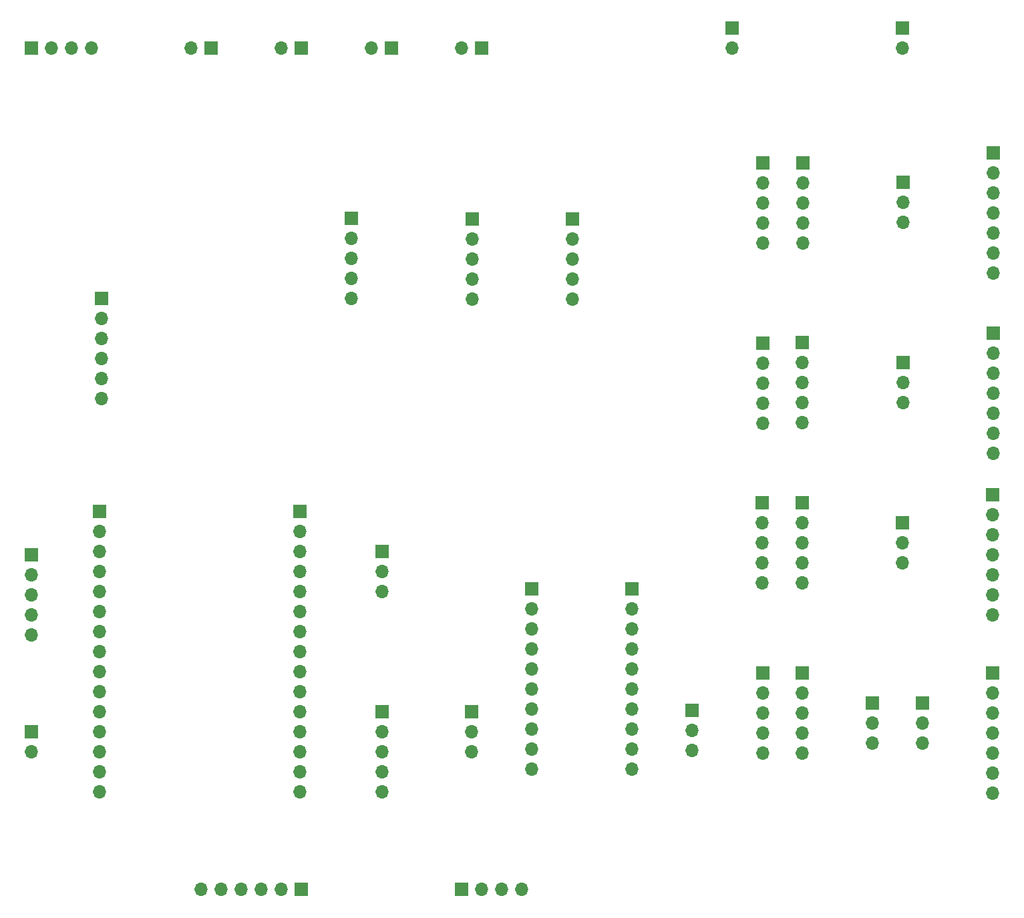
<source format=gbr>
G04 #@! TF.GenerationSoftware,KiCad,Pcbnew,(6.0.7)*
G04 #@! TF.CreationDate,2023-02-20T16:11:37-05:00*
G04 #@! TF.ProjectId,FlyBoxBoard,466c7942-6f78-4426-9f61-72642e6b6963,rev?*
G04 #@! TF.SameCoordinates,Original*
G04 #@! TF.FileFunction,Soldermask,Bot*
G04 #@! TF.FilePolarity,Negative*
%FSLAX46Y46*%
G04 Gerber Fmt 4.6, Leading zero omitted, Abs format (unit mm)*
G04 Created by KiCad (PCBNEW (6.0.7)) date 2023-02-20 16:11:37*
%MOMM*%
%LPD*%
G01*
G04 APERTURE LIST*
%ADD10R,1.700000X1.700000*%
%ADD11O,1.700000X1.700000*%
G04 APERTURE END LIST*
D10*
G04 #@! TO.C,J20*
X129540000Y-105923800D03*
D11*
X129540000Y-108463800D03*
X129540000Y-111003800D03*
G04 #@! TD*
D10*
G04 #@! TO.C,J11*
X68580000Y-22860000D03*
D11*
X66040000Y-22860000D03*
G04 #@! TD*
D10*
G04 #@! TO.C,J33*
X120650000Y-80523800D03*
D11*
X120650000Y-83063800D03*
X120650000Y-85603800D03*
X120650000Y-88143800D03*
X120650000Y-90683800D03*
G04 #@! TD*
D10*
G04 #@! TO.C,J29*
X120675000Y-37373800D03*
D11*
X120675000Y-39913800D03*
X120675000Y-42453800D03*
X120675000Y-44993800D03*
X120675000Y-47533800D03*
G04 #@! TD*
D10*
G04 #@! TO.C,J30*
X115595000Y-37373800D03*
D11*
X115595000Y-39913800D03*
X115595000Y-42453800D03*
X115595000Y-44993800D03*
X115595000Y-47533800D03*
G04 #@! TD*
D10*
G04 #@! TO.C,J36*
X133375000Y-62758800D03*
D11*
X133375000Y-65298800D03*
X133375000Y-67838800D03*
G04 #@! TD*
D10*
G04 #@! TO.C,J21*
X78740000Y-106988200D03*
D11*
X78740000Y-109528200D03*
X78740000Y-112068200D03*
G04 #@! TD*
D10*
G04 #@! TO.C,J16*
X120650000Y-102113800D03*
D11*
X120650000Y-104653800D03*
X120650000Y-107193800D03*
X120650000Y-109733800D03*
X120650000Y-112273800D03*
G04 #@! TD*
D10*
G04 #@! TO.C,J27*
X99060000Y-91440000D03*
D11*
X99060000Y-93980000D03*
X99060000Y-96520000D03*
X99060000Y-99060000D03*
X99060000Y-101600000D03*
X99060000Y-104140000D03*
X99060000Y-106680000D03*
X99060000Y-109220000D03*
X99060000Y-111760000D03*
X99060000Y-114300000D03*
G04 #@! TD*
D10*
G04 #@! TO.C,J40*
X144780000Y-79481200D03*
D11*
X144780000Y-82021200D03*
X144780000Y-84561200D03*
X144780000Y-87101200D03*
X144780000Y-89641200D03*
X144780000Y-92181200D03*
X144780000Y-94721200D03*
G04 #@! TD*
D10*
G04 #@! TO.C,J5*
X56926800Y-81588200D03*
D11*
X56926800Y-84128200D03*
X56926800Y-86668200D03*
X56926800Y-89208200D03*
X56926800Y-91748200D03*
X56926800Y-94288200D03*
X56926800Y-96828200D03*
X56926800Y-99368200D03*
X56926800Y-101908200D03*
X56926800Y-104448200D03*
X56926800Y-106988200D03*
X56926800Y-109528200D03*
X56926800Y-112068200D03*
X56926800Y-114608200D03*
X56926800Y-117148200D03*
G04 #@! TD*
D10*
G04 #@! TO.C,J35*
X133375000Y-39898800D03*
D11*
X133375000Y-42438800D03*
X133375000Y-44978800D03*
G04 #@! TD*
D10*
G04 #@! TO.C,J25*
X67335000Y-106988200D03*
D11*
X67335000Y-109528200D03*
X67335000Y-112068200D03*
X67335000Y-114608200D03*
X67335000Y-117148200D03*
G04 #@! TD*
D10*
G04 #@! TO.C,J4*
X31775000Y-54635000D03*
D11*
X31775000Y-57175000D03*
X31775000Y-59715000D03*
X31775000Y-62255000D03*
X31775000Y-64795000D03*
X31775000Y-67335000D03*
G04 #@! TD*
D10*
G04 #@! TO.C,J15*
X57150000Y-129540000D03*
D11*
X54610000Y-129540000D03*
X52070000Y-129540000D03*
X49530000Y-129540000D03*
X46990000Y-129540000D03*
X44450000Y-129540000D03*
G04 #@! TD*
D10*
G04 #@! TO.C,GND*
X91465000Y-44480000D03*
D11*
X91465000Y-47020000D03*
X91465000Y-49560000D03*
X91465000Y-52100000D03*
X91465000Y-54640000D03*
G04 #@! TD*
D10*
G04 #@! TO.C,J10*
X57150000Y-22860000D03*
D11*
X54610000Y-22860000D03*
G04 #@! TD*
D10*
G04 #@! TO.C,J32*
X115595000Y-60233800D03*
D11*
X115595000Y-62773800D03*
X115595000Y-65313800D03*
X115595000Y-67853800D03*
X115595000Y-70393800D03*
G04 #@! TD*
D10*
G04 #@! TO.C,J9*
X22870000Y-22835000D03*
D11*
X25410000Y-22835000D03*
X27950000Y-22835000D03*
X30490000Y-22835000D03*
G04 #@! TD*
D10*
G04 #@! TO.C,5V*
X78765000Y-44480000D03*
D11*
X78765000Y-47020000D03*
X78765000Y-49560000D03*
X78765000Y-52100000D03*
X78765000Y-54640000D03*
G04 #@! TD*
D10*
G04 #@! TO.C,J31*
X120650000Y-60203800D03*
D11*
X120650000Y-62743800D03*
X120650000Y-65283800D03*
X120650000Y-67823800D03*
X120650000Y-70363800D03*
G04 #@! TD*
D10*
G04 #@! TO.C,J28*
X106680000Y-106805800D03*
D11*
X106680000Y-109345800D03*
X106680000Y-111885800D03*
G04 #@! TD*
D10*
G04 #@! TO.C,J3*
X31526800Y-81588200D03*
D11*
X31526800Y-84128200D03*
X31526800Y-86668200D03*
X31526800Y-89208200D03*
X31526800Y-91748200D03*
X31526800Y-94288200D03*
X31526800Y-96828200D03*
X31526800Y-99368200D03*
X31526800Y-101908200D03*
X31526800Y-104448200D03*
X31526800Y-106988200D03*
X31526800Y-109528200D03*
X31526800Y-112068200D03*
X31526800Y-114608200D03*
X31526800Y-117148200D03*
G04 #@! TD*
D10*
G04 #@! TO.C,J19*
X22885000Y-109528200D03*
D11*
X22885000Y-112068200D03*
G04 #@! TD*
D10*
G04 #@! TO.C,J39*
X144805000Y-58953800D03*
D11*
X144805000Y-61493800D03*
X144805000Y-64033800D03*
X144805000Y-66573800D03*
X144805000Y-69113800D03*
X144805000Y-71653800D03*
X144805000Y-74193800D03*
G04 #@! TD*
D10*
G04 #@! TO.C,J13*
X45720000Y-22860000D03*
D11*
X43180000Y-22860000D03*
G04 #@! TD*
D10*
G04 #@! TO.C,J24*
X67335000Y-86668200D03*
D11*
X67335000Y-89208200D03*
X67335000Y-91748200D03*
G04 #@! TD*
D10*
G04 #@! TO.C,J12*
X80010000Y-22860000D03*
D11*
X77470000Y-22860000D03*
G04 #@! TD*
D10*
G04 #@! TO.C,J1*
X133350000Y-20320000D03*
D11*
X133350000Y-22860000D03*
G04 #@! TD*
D10*
G04 #@! TO.C,J17*
X115595000Y-102113800D03*
D11*
X115595000Y-104653800D03*
X115595000Y-107193800D03*
X115595000Y-109733800D03*
X115595000Y-112273800D03*
G04 #@! TD*
D10*
G04 #@! TO.C,J22*
X135890000Y-105923800D03*
D11*
X135890000Y-108463800D03*
X135890000Y-111003800D03*
G04 #@! TD*
D10*
G04 #@! TO.C,J26*
X144780000Y-102113800D03*
D11*
X144780000Y-104653800D03*
X144780000Y-107193800D03*
X144780000Y-109733800D03*
X144780000Y-112273800D03*
X144780000Y-114813800D03*
X144780000Y-117353800D03*
G04 #@! TD*
D10*
G04 #@! TO.C,J23*
X86360000Y-91440000D03*
D11*
X86360000Y-93980000D03*
X86360000Y-96520000D03*
X86360000Y-99060000D03*
X86360000Y-101600000D03*
X86360000Y-104140000D03*
X86360000Y-106680000D03*
X86360000Y-109220000D03*
X86360000Y-111760000D03*
X86360000Y-114300000D03*
G04 #@! TD*
D10*
G04 #@! TO.C,J14*
X77470000Y-129540000D03*
D11*
X80010000Y-129540000D03*
X82550000Y-129540000D03*
X85090000Y-129540000D03*
G04 #@! TD*
D10*
G04 #@! TO.C,J37*
X133350000Y-83063800D03*
D11*
X133350000Y-85603800D03*
X133350000Y-88143800D03*
G04 #@! TD*
D10*
G04 #@! TO.C,J2*
X111760000Y-20320000D03*
D11*
X111760000Y-22860000D03*
G04 #@! TD*
D10*
G04 #@! TO.C,J38*
X144805000Y-36093800D03*
D11*
X144805000Y-38633800D03*
X144805000Y-41173800D03*
X144805000Y-43713800D03*
X144805000Y-46253800D03*
X144805000Y-48793800D03*
X144805000Y-51333800D03*
G04 #@! TD*
D10*
G04 #@! TO.C,J34*
X115570000Y-80523800D03*
D11*
X115570000Y-83063800D03*
X115570000Y-85603800D03*
X115570000Y-88143800D03*
X115570000Y-90683800D03*
G04 #@! TD*
D10*
G04 #@! TO.C,12V*
X63500000Y-44450000D03*
D11*
X63500000Y-46990000D03*
X63500000Y-49530000D03*
X63500000Y-52070000D03*
X63500000Y-54610000D03*
G04 #@! TD*
D10*
G04 #@! TO.C,J18*
X22885000Y-87146200D03*
D11*
X22885000Y-89686200D03*
X22885000Y-92226200D03*
X22885000Y-94766200D03*
X22885000Y-97306200D03*
G04 #@! TD*
M02*

</source>
